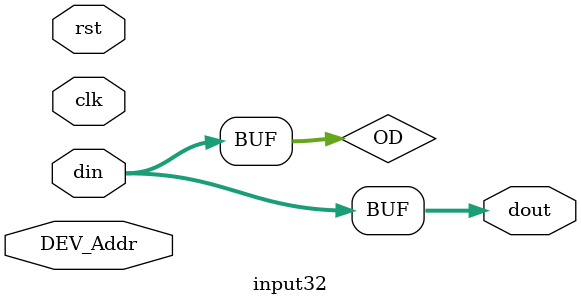
<source format=v>
module input32(
input [31:0]din,
output [31:0]dout,
input [1:0]DEV_Addr,
input clk,
input rst
 ); 
 //
reg [31:0]OD;
//
assign dout=OD;
//
always@(*)
OD=din;
endmodule
</source>
